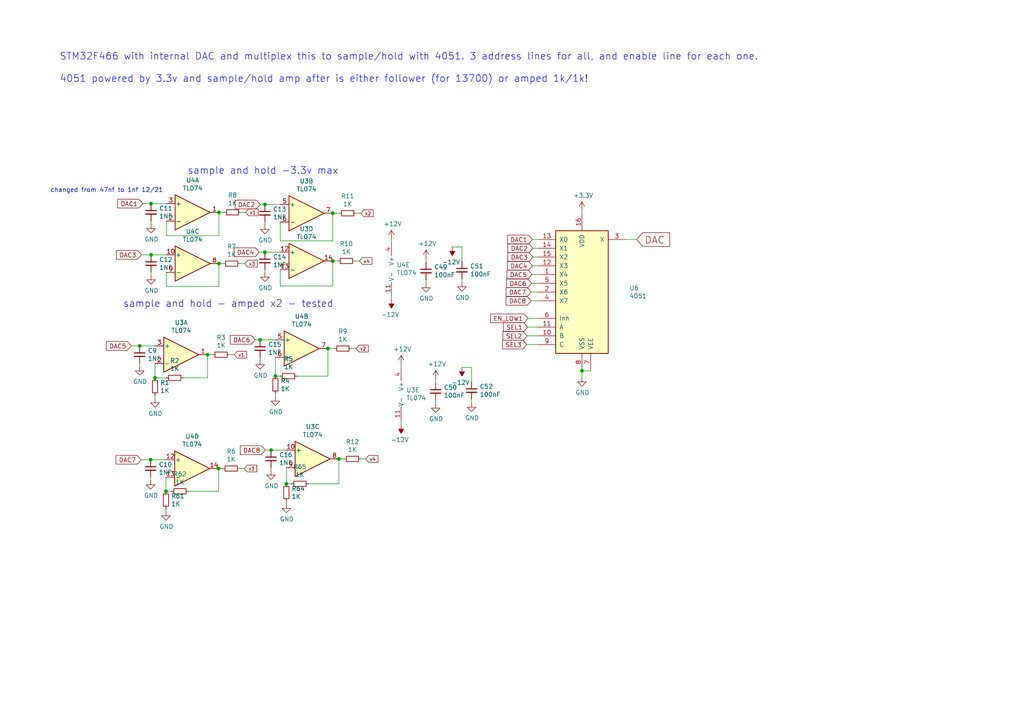
<source format=kicad_sch>
(kicad_sch (version 20211123) (generator eeschema)
  (paper "A4")
  (lib_symbols
    (symbol "4xxx:4051" (pin_names (offset 1.016))
      (property "Reference" "U" (at -7.62 19.05 0))
      (property "Value" "4051" (at -7.62 -19.05 0))
      (symbol "4051_1_0"
        (pin passive line (at -12.7 5.08 0) (length 5.08) (name "X4") (number "1"))
        (pin input line (at -12.7 -12.7 0) (length 5.08) (name "B") (number "10"))
        (pin input line (at -12.7 -10.16 0) (length 5.08) (name "A") (number "11"))
        (pin passive line (at -12.7 7.62 0) (length 5.08) (name "X3") (number "12"))
        (pin passive line (at -12.7 15.24 0) (length 5.08) (name "X0") (number "13"))
        (pin passive line (at -12.7 12.7 0) (length 5.08) (name "X1") (number "14"))
        (pin passive line (at -12.7 10.16 0) (length 5.08) (name "X2") (number "15"))
        (pin power_in line (at 0 22.86 270) (length 5.08) (name "VDD") (number "16"))
        (pin passive line (at -12.7 0 0) (length 5.08) (name "X6") (number "2"))
        (pin passive line (at 12.7 15.24 180) (length 5.08) (name "X") (number "3"))
        (pin passive line (at -12.7 -2.54 0) (length 5.08) (name "X7") (number "4"))
        (pin passive line (at -12.7 2.54 0) (length 5.08) (name "X5") (number "5"))
        (pin input line (at -12.7 -7.62 0) (length 5.08) (name "Inh") (number "6"))
        (pin power_in line (at 2.54 -22.86 90) (length 5.08) (name "VEE") (number "7"))
        (pin power_in line (at 0 -22.86 90) (length 5.08) (name "VSS") (number "8"))
        (pin input line (at -12.7 -15.24 0) (length 5.08) (name "C") (number "9"))
      )
      (symbol "4051_1_1"
        (rectangle (start -7.62 17.78) (end 7.62 -17.78) (stroke (width 0.254)) (fill (type background)))
      )
    )
    (symbol "Amplifier_Operational:TL074" (pin_names (offset 0.127))
      (property "Reference" "U" (at 0 5.08 0))
      (property "Value" "TL074" (at 0 -5.08 0))
      (symbol "TL074_1_1"
        (polyline (pts (xy -5.08 5.08) (xy 5.08 0) (xy -5.08 -5.08) (xy -5.08 5.08)) (stroke (width 0.254)) (fill (type background)))
        (pin output line (at 7.62 0 180) (length 2.54) (name "~") (number "1"))
        (pin input line (at -7.62 -2.54 0) (length 2.54) (name "-") (number "2"))
        (pin input line (at -7.62 2.54 0) (length 2.54) (name "+") (number "3"))
      )
      (symbol "TL074_2_1"
        (polyline (pts (xy -5.08 5.08) (xy 5.08 0) (xy -5.08 -5.08) (xy -5.08 5.08)) (stroke (width 0.254)) (fill (type background)))
        (pin input line (at -7.62 2.54 0) (length 2.54) (name "+") (number "5"))
        (pin input line (at -7.62 -2.54 0) (length 2.54) (name "-") (number "6"))
        (pin output line (at 7.62 0 180) (length 2.54) (name "~") (number "7"))
      )
      (symbol "TL074_3_1"
        (polyline (pts (xy -5.08 5.08) (xy 5.08 0) (xy -5.08 -5.08) (xy -5.08 5.08)) (stroke (width 0.254)) (fill (type background)))
        (pin input line (at -7.62 2.54 0) (length 2.54) (name "+") (number "10"))
        (pin output line (at 7.62 0 180) (length 2.54) (name "~") (number "8"))
        (pin input line (at -7.62 -2.54 0) (length 2.54) (name "-") (number "9"))
      )
      (symbol "TL074_4_1"
        (polyline (pts (xy -5.08 5.08) (xy 5.08 0) (xy -5.08 -5.08) (xy -5.08 5.08)) (stroke (width 0.254)) (fill (type background)))
        (pin input line (at -7.62 2.54 0) (length 2.54) (name "+") (number "12"))
        (pin input line (at -7.62 -2.54 0) (length 2.54) (name "-") (number "13"))
        (pin output line (at 7.62 0 180) (length 2.54) (name "~") (number "14"))
      )
      (symbol "TL074_5_1"
        (pin power_in line (at -2.54 -7.62 90) (length 3.81) (name "V-") (number "11"))
        (pin power_in line (at -2.54 7.62 270) (length 3.81) (name "V+") (number "4"))
      )
    )
    (symbol "Device:C_Small" (pin_numbers hide) (pin_names (offset 0.254) hide)
      (property "Reference" "C" (at 0.254 1.778 0))
      (property "Value" "C_Small" (at 0.254 -2.032 0))
      (symbol "C_Small_0_1"
        (polyline (pts (xy -1.524 -0.508) (xy 1.524 -0.508)) (stroke (width 0.3302)))
        (polyline (pts (xy -1.524 0.508) (xy 1.524 0.508)) (stroke (width 0.3048)))
      )
      (symbol "C_Small_1_1"
        (pin passive line (at 0 2.54 270) (length 2.032) (name "~") (number "1"))
        (pin passive line (at 0 -2.54 90) (length 2.032) (name "~") (number "2"))
      )
    )
    (symbol "Device:R_Small" (pin_numbers hide) (pin_names (offset 0.254) hide)
      (property "Reference" "R" (at 0.762 0.508 0))
      (property "Value" "R_Small" (at 0.762 -1.016 0))
      (symbol "R_Small_0_1"
        (rectangle (start -0.762 1.778) (end 0.762 -1.778) (stroke (width 0.2032)))
      )
      (symbol "R_Small_1_1"
        (pin passive line (at 0 2.54 270) (length 0.762) (name "~") (number "1"))
        (pin passive line (at 0 -2.54 90) (length 0.762) (name "~") (number "2"))
      )
    )
    (symbol "power:+12V" (power) (pin_names (offset 0))
      (property "Value" "+12V" (at 0 3.556 0))
      (symbol "+12V_0_1"
        (polyline (pts (xy -0.762 1.27) (xy 0 2.54)))
        (polyline (pts (xy 0 0) (xy 0 2.54)))
        (polyline (pts (xy 0 2.54) (xy 0.762 1.27)))
      )
      (symbol "+12V_1_1"
        (pin power_in line (at 0 0 90) (length 0) hide (name "+12V") (number "1"))
      )
    )
    (symbol "power:+3.3V" (power) (pin_names (offset 0))
      (property "Value" "+3.3V" (at 0 3.556 0))
      (symbol "+3.3V_0_1"
        (polyline (pts (xy -0.762 1.27) (xy 0 2.54)))
        (polyline (pts (xy 0 0) (xy 0 2.54)))
        (polyline (pts (xy 0 2.54) (xy 0.762 1.27)))
      )
      (symbol "+3.3V_1_1"
        (pin power_in line (at 0 0 90) (length 0) hide (name "+3.3V") (number "1"))
      )
    )
    (symbol "power:-12V" (power) (pin_names (offset 0))
      (property "Value" "-12V" (at 0 3.81 0))
      (symbol "-12V_0_0"
        (pin power_in line (at 0 0 90) (length 0) hide (name "-12V") (number "1"))
      )
      (symbol "-12V_0_1"
        (polyline (pts (xy 0 0) (xy 0 1.27) (xy 0.762 1.27) (xy 0 2.54) (xy -0.762 1.27) (xy 0 1.27)) (fill (type outline)))
      )
    )
    (symbol "power:GND" (power) (pin_names (offset 0))
      (property "Value" "GND" (at 0 -3.81 0))
      (symbol "GND_0_1"
        (polyline (pts (xy 0 0) (xy 0 -1.27) (xy 1.27 -1.27) (xy 0 -2.54) (xy -1.27 -1.27) (xy 0 -1.27)))
      )
      (symbol "GND_1_1"
        (pin power_in line (at 0 0 270) (length 0) hide (name "GND") (number "1"))
      )
    )
  )
  (junction (at 60.198 102.87))
  (junction (at 63.5 61.595))
  (junction (at 79.883 109.093))
  (junction (at 96.52 61.849))
  (junction (at 76.835 59.309))
  (junction (at 40.513 100.33))
  (junction (at 78.613 130.556))
  (junction (at 96.52 75.692))
  (junction (at 76.835 73.152))
  (junction (at 63.373 135.89))
  (junction (at 43.688 133.35))
  (junction (at 168.783 107.569))
  (junction (at 75.438 98.552))
  (junction (at 43.815 73.914))
  (junction (at 44.958 109.601))
  (junction (at 43.815 59.055))
  (junction (at 48.133 142.494))
  (junction (at 83.058 140.335))
  (junction (at 63.5 76.454))
  (junction (at 95.123 101.092))
  (junction (at 98.298 133.096))
  (wire (pts (xy 44.958 109.601) (xy 48.133 109.601)))
  (wire (pts (xy 63.5 68.326) (xy 63.5 61.595)))
  (wire (pts (xy 69.977 61.595) (xy 71.247 61.595)))
  (wire (pts (xy 133.985 80.899) (xy 133.985 81.915)))
  (wire (pts (xy 156.083 77.089) (xy 154.432 77.089)))
  (wire (pts (xy 43.815 59.055) (xy 41.402 59.055)))
  (wire (pts (xy 76.835 59.309) (xy 75.438 59.309)))
  (wire (pts (xy 156.083 69.469) (xy 154.432 69.469)))
  (wire (pts (xy 40.513 100.33) (xy 38.1 100.33)))
  (wire (pts (xy 54.737 142.494) (xy 63.373 142.494)))
  (wire (pts (xy 98.298 133.096) (xy 99.695 133.096)))
  (wire (pts (xy 81.28 78.232) (xy 81.28 82.931)))
  (wire (pts (xy 95.123 109.093) (xy 95.123 101.092)))
  (wire (pts (xy 79.883 103.632) (xy 79.883 109.093)))
  (wire (pts (xy 156.083 87.249) (xy 154.051 87.249)))
  (wire (pts (xy 123.571 75.057) (xy 123.571 76.073)))
  (wire (pts (xy 133.985 71.628) (xy 133.985 75.819)))
  (wire (pts (xy 83.058 145.415) (xy 83.058 146.177)))
  (wire (pts (xy 48.133 147.574) (xy 48.133 148.336)))
  (wire (pts (xy 63.373 135.89) (xy 63.373 142.494)))
  (wire (pts (xy 86.233 109.093) (xy 95.123 109.093)))
  (wire (pts (xy 168.783 107.569) (xy 168.783 109.474)))
  (wire (pts (xy 63.5 61.595) (xy 64.897 61.595)))
  (wire (pts (xy 133.985 106.553) (xy 136.779 106.553)))
  (wire (pts (xy 76.835 59.309) (xy 81.28 59.309)))
  (wire (pts (xy 43.815 64.135) (xy 43.815 65.024)))
  (wire (pts (xy 43.815 59.055) (xy 48.26 59.055)))
  (wire (pts (xy 63.373 135.89) (xy 64.516 135.89)))
  (wire (pts (xy 96.52 69.85) (xy 96.52 61.849)))
  (wire (pts (xy 156.083 72.009) (xy 154.559 72.009)))
  (wire (pts (xy 43.815 73.914) (xy 48.26 73.914)))
  (wire (pts (xy 156.083 84.709) (xy 154.051 84.709)))
  (wire (pts (xy 156.083 79.629) (xy 154.305 79.629)))
  (wire (pts (xy 48.133 138.43) (xy 48.133 142.494)))
  (wire (pts (xy 83.058 140.335) (xy 84.455 140.335)))
  (wire (pts (xy 81.153 109.093) (xy 79.883 109.093)))
  (wire (pts (xy 81.28 69.85) (xy 96.52 69.85)))
  (wire (pts (xy 101.981 101.092) (xy 103.251 101.092)))
  (wire (pts (xy 76.835 73.152) (xy 75.184 73.152)))
  (wire (pts (xy 89.535 140.335) (xy 98.298 140.335)))
  (wire (pts (xy 44.958 114.681) (xy 44.958 115.57)))
  (wire (pts (xy 102.997 75.692) (xy 104.267 75.692)))
  (wire (pts (xy 116.332 105.664) (xy 116.332 106.68)))
  (wire (pts (xy 126.365 109.982) (xy 126.365 110.998)))
  (wire (pts (xy 96.52 75.692) (xy 97.917 75.692)))
  (wire (pts (xy 168.783 107.569) (xy 171.323 107.569)))
  (wire (pts (xy 40.513 100.33) (xy 44.958 100.33)))
  (wire (pts (xy 103.378 61.849) (xy 104.648 61.849)))
  (wire (pts (xy 156.083 97.409) (xy 152.908 97.409)))
  (wire (pts (xy 63.5 83.058) (xy 63.5 76.454)))
  (wire (pts (xy 156.083 82.169) (xy 154.178 82.169)))
  (wire (pts (xy 76.835 73.152) (xy 81.28 73.152)))
  (wire (pts (xy 126.365 116.078) (xy 126.365 117.094)))
  (wire (pts (xy 75.438 103.632) (xy 75.438 104.521)))
  (wire (pts (xy 79.883 114.173) (xy 79.883 115.062)))
  (wire (pts (xy 98.298 140.335) (xy 98.298 133.096)))
  (wire (pts (xy 96.52 61.849) (xy 98.298 61.849)))
  (wire (pts (xy 156.083 99.949) (xy 152.781 99.949)))
  (wire (pts (xy 113.538 69.342) (xy 113.538 70.358)))
  (wire (pts (xy 66.675 102.87) (xy 67.945 102.87)))
  (wire (pts (xy 48.133 142.494) (xy 49.657 142.494)))
  (wire (pts (xy 40.513 105.41) (xy 40.513 106.299)))
  (wire (pts (xy 63.5 76.454) (xy 64.643 76.454)))
  (wire (pts (xy 43.688 133.35) (xy 48.133 133.35)))
  (wire (pts (xy 43.815 73.914) (xy 41.021 73.914)))
  (wire (pts (xy 76.835 78.232) (xy 76.835 79.121)))
  (wire (pts (xy 156.083 92.329) (xy 153.162 92.329)))
  (wire (pts (xy 156.083 74.549) (xy 154.559 74.549)))
  (wire (pts (xy 78.613 135.636) (xy 78.613 136.525)))
  (wire (pts (xy 104.775 133.096) (xy 106.045 133.096)))
  (wire (pts (xy 116.332 121.92) (xy 116.332 123.19)))
  (wire (pts (xy 60.198 109.601) (xy 60.198 102.87)))
  (wire (pts (xy 113.538 85.598) (xy 113.538 86.868)))
  (wire (pts (xy 53.213 109.601) (xy 60.198 109.601)))
  (wire (pts (xy 44.958 105.41) (xy 44.958 109.601)))
  (wire (pts (xy 48.26 64.135) (xy 48.26 68.326)))
  (wire (pts (xy 43.688 138.43) (xy 43.688 139.319)))
  (wire (pts (xy 81.28 82.931) (xy 96.52 82.931)))
  (wire (pts (xy 48.26 68.326) (xy 63.5 68.326)))
  (wire (pts (xy 83.058 135.636) (xy 83.058 140.335)))
  (wire (pts (xy 81.28 64.389) (xy 81.28 69.85)))
  (wire (pts (xy 60.198 102.87) (xy 61.595 102.87)))
  (wire (pts (xy 48.26 78.994) (xy 48.26 83.058)))
  (wire (pts (xy 75.438 98.552) (xy 74.041 98.552)))
  (wire (pts (xy 168.783 61.087) (xy 168.783 61.849)))
  (wire (pts (xy 78.613 130.556) (xy 83.058 130.556)))
  (wire (pts (xy 131.191 71.628) (xy 133.985 71.628)))
  (wire (pts (xy 76.835 64.389) (xy 76.835 65.278)))
  (wire (pts (xy 43.688 133.35) (xy 40.894 133.35)))
  (wire (pts (xy 123.571 81.153) (xy 123.571 82.169)))
  (wire (pts (xy 136.779 106.553) (xy 136.779 110.744)))
  (wire (pts (xy 136.779 115.824) (xy 136.779 116.84)))
  (wire (pts (xy 95.123 101.092) (xy 96.901 101.092)))
  (wire (pts (xy 96.52 82.931) (xy 96.52 75.692)))
  (wire (pts (xy 181.483 69.469) (xy 184.658 69.469)))
  (wire (pts (xy 75.438 98.552) (xy 79.883 98.552)))
  (wire (pts (xy 48.26 83.058) (xy 63.5 83.058)))
  (wire (pts (xy 69.723 76.454) (xy 70.993 76.454)))
  (wire (pts (xy 43.815 78.994) (xy 43.815 79.883)))
  (wire (pts (xy 156.083 94.869) (xy 153.035 94.869)))
  (wire (pts (xy 78.613 130.556) (xy 76.962 130.556)))
  (wire (pts (xy 69.596 135.89) (xy 70.866 135.89)))
  (text "sample and hold - amped x2 - tested" (at 35.687 89.408 0) (effects (font (size 2.0066 2.0066)) (justify left bottom)))
  (text "STM32F466 with internal DAC and multiplex this to sample/hold with 4051. 3 address lines for all, and enable line for each one.\n\n4051 powered by 3.3v and sample/hold amp after is either follower (for 13700) or amped 1k/1k!" (at 17.272 24.13 0) (effects (font (size 2.0066 2.0066)) (justify left bottom)))
  (text "sample and hold -3.3v max" (at 54.356 50.8 0) (effects (font (size 2.0066 2.0066)) (justify left bottom)))
  (text "changed from 47nf to 1nf 12/21" (at 14.605 56.007 0) (effects (font (size 1.27 1.27)) (justify left bottom)))
  (global_label "DAC7" (shape input) (at 154.051 84.709 180) (property "Intersheet References" "${INTERSHEET_REFS}" (effects hide)))
  (global_label "DAC8" (shape input) (at 76.962 130.556 180) (property "Intersheet References" "${INTERSHEET_REFS}" (effects hide)))
  (global_label "DAC8" (shape input) (at 154.051 87.249 180) (property "Intersheet References" "${INTERSHEET_REFS}" (effects hide)))
  (global_label "v2" (shape input) (at 103.251 101.092 0) (effects (font (size 0.9906 0.9906))) (property "Intersheet References" "${INTERSHEET_REFS}" (effects hide)))
  (global_label "x3" (shape input) (at 70.993 76.454 0) (effects (font (size 0.9906 0.9906))) (property "Intersheet References" "${INTERSHEET_REFS}" (effects hide)))
  (global_label "x4" (shape input) (at 104.267 75.692 0) (effects (font (size 0.9906 0.9906))) (property "Intersheet References" "${INTERSHEET_REFS}" (effects hide)))
  (global_label "DAC1" (shape input) (at 41.402 59.055 180) (property "Intersheet References" "${INTERSHEET_REFS}" (effects hide)))
  (global_label "SEL3" (shape input) (at 152.781 99.949 180) (property "Intersheet References" "${INTERSHEET_REFS}" (effects hide)))
  (global_label "DAC5" (shape input) (at 38.1 100.33 180) (property "Intersheet References" "${INTERSHEET_REFS}" (effects hide)))
  (global_label "DAC6" (shape input) (at 74.041 98.552 180) (property "Intersheet References" "${INTERSHEET_REFS}" (effects hide)))
  (global_label "DAC3" (shape input) (at 41.021 73.914 180) (property "Intersheet References" "${INTERSHEET_REFS}" (effects hide)))
  (global_label "x2" (shape input) (at 104.648 61.849 0) (effects (font (size 0.9906 0.9906))) (property "Intersheet References" "${INTERSHEET_REFS}" (effects hide)))
  (global_label "DAC4" (shape input) (at 75.184 73.152 180) (property "Intersheet References" "${INTERSHEET_REFS}" (effects hide)))
  (global_label "DAC2" (shape input) (at 154.559 72.009 180) (property "Intersheet References" "${INTERSHEET_REFS}" (effects hide)))
  (global_label "v4" (shape input) (at 106.045 133.096 0) (effects (font (size 0.9906 0.9906))) (property "Intersheet References" "${INTERSHEET_REFS}" (effects hide)))
  (global_label "DAC5" (shape input) (at 154.305 79.629 180) (property "Intersheet References" "${INTERSHEET_REFS}" (effects hide)))
  (global_label "DAC3" (shape input) (at 154.559 74.549 180) (property "Intersheet References" "${INTERSHEET_REFS}" (effects hide)))
  (global_label "SEL2" (shape input) (at 152.908 97.409 180) (property "Intersheet References" "${INTERSHEET_REFS}" (effects hide)))
  (global_label "DAC7" (shape input) (at 40.894 133.35 180) (property "Intersheet References" "${INTERSHEET_REFS}" (effects hide)))
  (global_label "v3" (shape input) (at 70.866 135.89 0) (effects (font (size 0.9906 0.9906))) (property "Intersheet References" "${INTERSHEET_REFS}" (effects hide)))
  (global_label "EN_LOW1" (shape input) (at 153.162 92.329 180) (property "Intersheet References" "${INTERSHEET_REFS}" (effects hide)))
  (global_label "DAC2" (shape input) (at 75.438 59.309 180) (property "Intersheet References" "${INTERSHEET_REFS}" (effects hide)))
  (global_label "v1" (shape input) (at 67.945 102.87 0) (effects (font (size 0.9906 0.9906))) (property "Intersheet References" "${INTERSHEET_REFS}" (effects hide)))
  (global_label "DAC1" (shape input) (at 154.432 69.469 180) (property "Intersheet References" "${INTERSHEET_REFS}" (effects hide)))
  (global_label "DAC" (shape input) (at 184.658 69.469 0) (effects (font (size 2.0066 2.0066))) (property "Intersheet References" "${INTERSHEET_REFS}" (effects hide)))
  (global_label "x1" (shape input) (at 71.247 61.595 0) (effects (font (size 0.9906 0.9906))) (property "Intersheet References" "${INTERSHEET_REFS}" (effects hide)))
  (global_label "DAC4" (shape input) (at 154.432 77.089 180) (property "Intersheet References" "${INTERSHEET_REFS}" (effects hide)))
  (global_label "DAC6" (shape input) (at 154.178 82.169 180) (property "Intersheet References" "${INTERSHEET_REFS}" (effects hide)))
  (global_label "SEL1" (shape input) (at 153.035 94.869 180) (property "Intersheet References" "${INTERSHEET_REFS}" (effects hide)))
  (symbol (lib_id "power:+3.3V") (at 168.783 61.087 0) (unit 1)
    (property "Reference" "#PWR024" (effects hide))
    (property "Value" "+3.3V" (at 169.164 56.6928 0))
  )
  (symbol (lib_id "Amplifier_Operational:TL074") (at 55.88 61.595 0) (unit 1)
    (property "Reference" "U4" (at 55.88 52.2732 0))
    (property "Value" "TL074" (at 55.88 54.5846 0))
    (property "Footprint" "Housings_SOIC:SOIC-14_3.9x8.7mm_Pitch1.27mm" (effects hide))
    (property "Datasheet" "http://www.ti.com/lit/ds/symlink/tl071.pdf" (effects hide))
  )
  (symbol (lib_id "Amplifier_Operational:TL074") (at 88.9 61.849 0) (unit 2)
    (property "Reference" "U3" (at 88.9 52.5272 0))
    (property "Value" "TL074" (at 88.9 54.8386 0))
    (property "Footprint" "Housings_SOIC:SOIC-14_3.9x8.7mm_Pitch1.27mm" (effects hide))
    (property "Datasheet" "http://www.ti.com/lit/ds/symlink/tl071.pdf" (effects hide))
  )
  (symbol (lib_id "Amplifier_Operational:TL074") (at 55.88 76.454 0) (unit 3)
    (property "Reference" "U4" (at 55.88 67.1322 0))
    (property "Value" "TL074" (at 55.88 69.4436 0))
    (property "Footprint" "Housings_SOIC:SOIC-14_3.9x8.7mm_Pitch1.27mm" (effects hide))
    (property "Datasheet" "http://www.ti.com/lit/ds/symlink/tl071.pdf" (effects hide))
  )
  (symbol (lib_id "Amplifier_Operational:TL074") (at 88.9 75.692 0) (unit 4)
    (property "Reference" "U3" (at 88.9 66.3702 0))
    (property "Value" "TL074" (at 88.9 68.6816 0))
    (property "Footprint" "Housings_SOIC:SOIC-14_3.9x8.7mm_Pitch1.27mm" (effects hide))
    (property "Datasheet" "http://www.ti.com/lit/ds/symlink/tl071.pdf" (effects hide))
  )
  (symbol (lib_id "Amplifier_Operational:TL074") (at 116.078 77.978 0) (unit 5)
    (property "Reference" "U4" (at 115.0112 76.8096 0) (effects (justify left)))
    (property "Value" "TL074" (at 115.0112 79.121 0) (effects (justify left)))
    (property "Footprint" "Housings_SOIC:SOIC-14_3.9x8.7mm_Pitch1.27mm" (effects hide))
    (property "Datasheet" "http://www.ti.com/lit/ds/symlink/tl071.pdf" (effects hide))
  )
  (symbol (lib_id "Device:C_Small") (at 43.815 61.595 0) (unit 1)
    (property "Reference" "C11" (at 46.1518 60.4266 0) (effects (justify left)))
    (property "Value" "1NF" (at 46.1518 62.738 0) (effects (justify left)))
    (property "Footprint" "Capacitor_SMD:C_0805_2012Metric" (effects hide))
  )
  (symbol (lib_id "power:GND") (at 43.815 65.024 0) (unit 1)
    (property "Reference" "#PWR021" (effects hide))
    (property "Value" "GND" (at 43.942 69.4182 0))
  )
  (symbol (lib_id "power:GND") (at 76.835 65.278 0) (unit 1)
    (property "Reference" "#PWR026" (effects hide))
    (property "Value" "GND" (at 76.962 69.6722 0))
  )
  (symbol (lib_id "Device:C_Small") (at 76.835 75.692 0) (unit 1)
    (property "Reference" "C14" (at 79.1718 74.5236 0) (effects (justify left)))
    (property "Value" "1NF" (at 79.1718 76.835 0) (effects (justify left)))
    (property "Footprint" "Capacitor_SMD:C_0805_2012Metric" (effects hide))
  )
  (symbol (lib_id "Amplifier_Operational:TL074") (at 118.872 114.3 0) (unit 5)
    (property "Reference" "U3" (at 117.8052 113.1316 0) (effects (justify left)))
    (property "Value" "TL074" (at 117.8052 115.443 0) (effects (justify left)))
    (property "Footprint" "Housings_SOIC:SOIC-14_3.9x8.7mm_Pitch1.27mm" (effects hide))
    (property "Datasheet" "http://www.ti.com/lit/ds/symlink/tl071.pdf" (effects hide))
  )
  (symbol (lib_id "4xxx:4051") (at 168.783 84.709 0) (unit 1)
    (property "Reference" "U6" (at 182.5244 83.5406 0) (effects (justify left)))
    (property "Value" "4051" (at 182.5244 85.852 0) (effects (justify left)))
    (property "Footprint" "Housings_SOIC:SOIC-16_3.9x9.9mm_Pitch1.27mm" (effects hide))
    (property "Datasheet" "http://www.intersil.com/content/dam/Intersil/documents/cd40/cd4051bms-52bms-53bms.pdf" (effects hide))
  )
  (symbol (lib_id "power:GND") (at 168.783 109.474 0) (unit 1)
    (property "Reference" "#PWR025" (effects hide))
    (property "Value" "GND" (at 168.91 113.8682 0))
  )
  (symbol (lib_id "Device:C_Small") (at 43.815 76.454 0) (unit 1)
    (property "Reference" "C12" (at 46.1518 75.2856 0) (effects (justify left)))
    (property "Value" "1NF" (at 46.1518 77.597 0) (effects (justify left)))
    (property "Footprint" "Capacitor_SMD:C_0805_2012Metric" (effects hide))
  )
  (symbol (lib_id "power:GND") (at 43.815 79.883 0) (unit 1)
    (property "Reference" "#PWR022" (effects hide))
    (property "Value" "GND" (at 43.942 84.2772 0))
  )
  (symbol (lib_id "Device:C_Small") (at 76.835 61.849 0) (unit 1)
    (property "Reference" "C13" (at 79.1718 60.6806 0) (effects (justify left)))
    (property "Value" "1NF" (at 79.1718 62.992 0) (effects (justify left)))
    (property "Footprint" "Capacitor_SMD:C_0805_2012Metric" (effects hide))
  )
  (symbol (lib_id "power:GND") (at 76.835 79.121 0) (unit 1)
    (property "Reference" "#PWR027" (effects hide))
    (property "Value" "GND" (at 76.962 83.5152 0))
  )
  (symbol (lib_id "power:+12V") (at 113.538 69.342 0) (unit 1)
    (property "Reference" "#PWR015" (effects hide))
    (property "Value" "+12V" (at 113.919 64.9478 0))
  )
  (symbol (lib_id "power:-12V") (at 113.538 86.868 180) (unit 1)
    (property "Reference" "#PWR016" (effects hide))
    (property "Value" "-12V" (at 113.157 91.2622 0))
  )
  (symbol (lib_id "Amplifier_Operational:TL074") (at 52.578 102.87 0) (unit 1)
    (property "Reference" "U3" (at 52.578 93.5482 0))
    (property "Value" "TL074" (at 52.578 95.8596 0))
    (property "Footprint" "Housings_SOIC:SOIC-14_3.9x8.7mm_Pitch1.27mm" (effects hide))
    (property "Datasheet" "http://www.ti.com/lit/ds/symlink/tl071.pdf" (effects hide))
  )
  (symbol (lib_id "power:+12V") (at 116.332 105.664 0) (unit 1)
    (property "Reference" "#PWR013" (effects hide))
    (property "Value" "+12V" (at 116.713 101.2698 0))
  )
  (symbol (lib_id "power:-12V") (at 116.332 123.19 180) (unit 1)
    (property "Reference" "#PWR014" (effects hide))
    (property "Value" "-12V" (at 115.951 127.5842 0))
  )
  (symbol (lib_id "power:+12V") (at 123.571 75.057 0) (unit 1)
    (property "Reference" "#PWR0141" (effects hide))
    (property "Value" "+12V" (at 123.952 70.6628 0))
  )
  (symbol (lib_id "Device:C_Small") (at 123.571 78.613 0) (unit 1)
    (property "Reference" "C49" (at 125.9078 77.4446 0) (effects (justify left)))
    (property "Value" "100nF" (at 125.9078 79.756 0) (effects (justify left)))
    (property "Footprint" "Capacitor_SMD:C_0805_2012Metric" (effects hide))
  )
  (symbol (lib_id "power:GND") (at 123.571 82.169 0) (unit 1)
    (property "Reference" "#PWR0142" (effects hide))
    (property "Value" "GND" (at 123.698 86.5632 0))
  )
  (symbol (lib_id "Device:C_Small") (at 133.985 78.359 0) (unit 1)
    (property "Reference" "C51" (at 136.3218 77.1906 0) (effects (justify left)))
    (property "Value" "100nF" (at 136.3218 79.502 0) (effects (justify left)))
    (property "Footprint" "Capacitor_SMD:C_0805_2012Metric" (effects hide))
  )
  (symbol (lib_id "power:GND") (at 133.985 81.915 0) (unit 1)
    (property "Reference" "#PWR0143" (effects hide))
    (property "Value" "GND" (at 134.112 86.3092 0))
  )
  (symbol (lib_id "power:-12V") (at 131.191 71.628 180) (unit 1)
    (property "Reference" "#PWR0144" (effects hide))
    (property "Value" "-12V" (at 130.81 76.0222 0))
  )
  (symbol (lib_id "power:+12V") (at 126.365 109.982 0) (unit 1)
    (property "Reference" "#PWR0145" (effects hide))
    (property "Value" "+12V" (at 126.746 105.5878 0))
  )
  (symbol (lib_id "Device:C_Small") (at 126.365 113.538 0) (unit 1)
    (property "Reference" "C50" (at 128.7018 112.3696 0) (effects (justify left)))
    (property "Value" "100nF" (at 128.7018 114.681 0) (effects (justify left)))
    (property "Footprint" "Capacitor_SMD:C_0805_2012Metric" (effects hide))
  )
  (symbol (lib_id "power:GND") (at 126.365 117.094 0) (unit 1)
    (property "Reference" "#PWR0146" (effects hide))
    (property "Value" "GND" (at 126.492 121.4882 0))
  )
  (symbol (lib_id "Device:C_Small") (at 136.779 113.284 0) (unit 1)
    (property "Reference" "C52" (at 139.1158 112.1156 0) (effects (justify left)))
    (property "Value" "100nF" (at 139.1158 114.427 0) (effects (justify left)))
    (property "Footprint" "Capacitor_SMD:C_0805_2012Metric" (effects hide))
  )
  (symbol (lib_id "power:GND") (at 136.779 116.84 0) (unit 1)
    (property "Reference" "#PWR0147" (effects hide))
    (property "Value" "GND" (at 136.906 121.2342 0))
  )
  (symbol (lib_id "power:-12V") (at 133.985 106.553 180) (unit 1)
    (property "Reference" "#PWR0148" (effects hide))
    (property "Value" "-12V" (at 133.604 110.9472 0))
  )
  (symbol (lib_id "Device:C_Small") (at 43.688 135.89 0) (unit 1)
    (property "Reference" "C10" (at 46.0248 134.7216 0) (effects (justify left)))
    (property "Value" "1NF" (at 46.0248 137.033 0) (effects (justify left)))
    (property "Footprint" "Capacitor_SMD:C_0805_2012Metric" (effects hide))
  )
  (symbol (lib_id "power:GND") (at 43.688 139.319 0) (unit 1)
    (property "Reference" "#PWR020" (effects hide))
    (property "Value" "GND" (at 43.815 143.7132 0))
  )
  (symbol (lib_id "Device:C_Small") (at 78.613 133.096 0) (unit 1)
    (property "Reference" "C16" (at 80.9498 131.9276 0) (effects (justify left)))
    (property "Value" "1NF" (at 80.9498 134.239 0) (effects (justify left)))
    (property "Footprint" "Capacitor_SMD:C_0805_2012Metric" (effects hide))
  )
  (symbol (lib_id "power:GND") (at 78.613 136.525 0) (unit 1)
    (property "Reference" "#PWR093" (effects hide))
    (property "Value" "GND" (at 78.74 140.9192 0))
  )
  (symbol (lib_id "Device:R_Small") (at 52.197 142.494 270) (unit 1)
    (property "Reference" "R62" (at 52.197 137.5156 90))
    (property "Value" "1K" (at 52.197 139.827 90))
    (property "Footprint" "Resistor_SMD:R_0805_2012Metric" (effects hide))
  )
  (symbol (lib_id "Device:R_Small") (at 86.995 140.335 270) (unit 1)
    (property "Reference" "R65" (at 86.995 135.3566 90))
    (property "Value" "1K" (at 86.995 137.668 90))
    (property "Footprint" "Resistor_SMD:R_0805_2012Metric" (effects hide))
  )
  (symbol (lib_id "power:GND") (at 83.058 146.177 0) (unit 1)
    (property "Reference" "#PWR094" (effects hide))
    (property "Value" "GND" (at 83.185 150.5712 0))
  )
  (symbol (lib_id "Device:R_Small") (at 48.133 145.034 180) (unit 1)
    (property "Reference" "R61" (at 49.6316 143.8656 0) (effects (justify right)))
    (property "Value" "1K" (at 49.6316 146.177 0) (effects (justify right)))
    (property "Footprint" "Resistor_SMD:R_0805_2012Metric" (effects hide))
  )
  (symbol (lib_id "Device:R_Small") (at 83.058 142.875 180) (unit 1)
    (property "Reference" "R64" (at 84.5566 141.7066 0) (effects (justify right)))
    (property "Value" "1K" (at 84.5566 144.018 0) (effects (justify right)))
    (property "Footprint" "Resistor_SMD:R_0805_2012Metric" (effects hide))
  )
  (symbol (lib_id "power:GND") (at 48.133 148.336 0) (unit 1)
    (property "Reference" "#PWR029" (effects hide))
    (property "Value" "GND" (at 48.26 152.7302 0))
  )
  (symbol (lib_id "Amplifier_Operational:TL074") (at 55.753 135.89 0) (unit 4)
    (property "Reference" "U4" (at 55.753 126.5682 0))
    (property "Value" "TL074" (at 55.753 128.8796 0))
    (property "Footprint" "Housings_SOIC:SOIC-14_3.9x8.7mm_Pitch1.27mm" (effects hide))
    (property "Datasheet" "http://www.ti.com/lit/ds/symlink/tl071.pdf" (effects hide))
  )
  (symbol (lib_id "Amplifier_Operational:TL074") (at 90.678 133.096 0) (unit 3)
    (property "Reference" "U3" (at 90.678 123.7742 0))
    (property "Value" "TL074" (at 90.678 126.0856 0))
    (property "Footprint" "Housings_SOIC:SOIC-14_3.9x8.7mm_Pitch1.27mm" (effects hide))
    (property "Datasheet" "http://www.ti.com/lit/ds/symlink/tl071.pdf" (effects hide))
  )
  (symbol (lib_id "Amplifier_Operational:TL074") (at 87.503 101.092 0) (unit 2)
    (property "Reference" "U4" (at 87.503 91.7702 0))
    (property "Value" "TL074" (at 87.503 94.0816 0))
    (property "Footprint" "Housings_SOIC:SOIC-14_3.9x8.7mm_Pitch1.27mm" (effects hide))
    (property "Datasheet" "http://www.ti.com/lit/ds/symlink/tl071.pdf" (effects hide))
  )
  (symbol (lib_id "Device:C_Small") (at 40.513 102.87 0) (unit 1)
    (property "Reference" "C9" (at 42.8498 101.7016 0) (effects (justify left)))
    (property "Value" "1NF" (at 42.8498 104.013 0) (effects (justify left)))
    (property "Footprint" "Capacitor_SMD:C_0805_2012Metric" (effects hide))
  )
  (symbol (lib_id "power:GND") (at 40.513 106.299 0) (unit 1)
    (property "Reference" "#PWR019" (effects hide))
    (property "Value" "GND" (at 40.64 110.6932 0))
  )
  (symbol (lib_id "Device:C_Small") (at 75.438 101.092 0) (unit 1)
    (property "Reference" "C15" (at 77.7748 99.9236 0) (effects (justify left)))
    (property "Value" "1NF" (at 77.7748 102.235 0) (effects (justify left)))
    (property "Footprint" "Capacitor_SMD:C_0805_2012Metric" (effects hide))
  )
  (symbol (lib_id "power:GND") (at 75.438 104.521 0) (unit 1)
    (property "Reference" "#PWR028" (effects hide))
    (property "Value" "GND" (at 75.565 108.9152 0))
  )
  (symbol (lib_id "Device:R_Small") (at 50.673 109.601 270) (unit 1)
    (property "Reference" "R2" (at 50.673 104.6226 90))
    (property "Value" "1K" (at 50.673 106.934 90))
    (property "Footprint" "Resistor_SMD:R_0805_2012Metric" (effects hide))
  )
  (symbol (lib_id "Device:R_Small") (at 83.693 109.093 270) (unit 1)
    (property "Reference" "R5" (at 83.693 104.1146 90))
    (property "Value" "1K" (at 83.693 106.426 90))
    (property "Footprint" "Resistor_SMD:R_0805_2012Metric" (effects hide))
  )
  (symbol (lib_id "Device:R_Small") (at 44.958 112.141 180) (unit 1)
    (property "Reference" "R1" (at 46.4566 110.9726 0) (effects (justify right)))
    (property "Value" "1K" (at 46.4566 113.284 0) (effects (justify right)))
    (property "Footprint" "Resistor_SMD:R_0805_2012Metric" (effects hide))
  )
  (symbol (lib_id "Device:R_Small") (at 79.883 111.633 180) (unit 1)
    (property "Reference" "R4" (at 81.3816 110.4646 0) (effects (justify right)))
    (property "Value" "1K" (at 81.3816 112.776 0) (effects (justify right)))
    (property "Footprint" "Resistor_SMD:R_0805_2012Metric" (effects hide))
  )
  (symbol (lib_id "power:GND") (at 44.958 115.57 0) (unit 1)
    (property "Reference" "#PWR023" (effects hide))
    (property "Value" "GND" (at 45.085 119.9642 0))
  )
  (symbol (lib_id "power:GND") (at 79.883 115.062 0) (unit 1)
    (property "Reference" "#PWR030" (effects hide))
    (property "Value" "GND" (at 80.01 119.4562 0))
  )
  (symbol (lib_id "Device:R_Small") (at 102.235 133.096 270) (unit 1)
    (property "Reference" "R12" (at 102.235 128.1176 90))
    (property "Value" "1K" (at 102.235 130.429 90))
    (property "Footprint" "Resistor_SMD:R_0805_2012Metric" (effects hide))
  )
  (symbol (lib_id "Device:R_Small") (at 99.441 101.092 270) (unit 1)
    (property "Reference" "R9" (at 99.441 96.1136 90))
    (property "Value" "1K" (at 99.441 98.425 90))
    (property "Footprint" "Resistor_SMD:R_0805_2012Metric" (effects hide))
  )
  (symbol (lib_id "Device:R_Small") (at 100.838 61.849 270) (unit 1)
    (property "Reference" "R11" (at 100.838 56.8706 90))
    (property "Value" "1K" (at 100.838 59.182 90))
    (property "Footprint" "Resistor_SMD:R_0805_2012Metric" (effects hide))
  )
  (symbol (lib_id "Device:R_Small") (at 67.183 76.454 270) (unit 1)
    (property "Reference" "R7" (at 67.183 71.4756 90))
    (property "Value" "1K" (at 67.183 73.787 90))
    (property "Footprint" "Resistor_SMD:R_0805_2012Metric" (effects hide))
  )
  (symbol (lib_id "Device:R_Small") (at 64.135 102.87 270) (unit 1)
    (property "Reference" "R3" (at 64.135 97.8916 90))
    (property "Value" "1K" (at 64.135 100.203 90))
    (property "Footprint" "Resistor_SMD:R_0805_2012Metric" (effects hide))
  )
  (symbol (lib_id "Device:R_Small") (at 100.457 75.692 270) (unit 1)
    (property "Reference" "R10" (at 100.457 70.7136 90))
    (property "Value" "1K" (at 100.457 73.025 90))
    (property "Footprint" "Resistor_SMD:R_0805_2012Metric" (effects hide))
  )
  (symbol (lib_id "Device:R_Small") (at 67.056 135.89 270) (unit 1)
    (property "Reference" "R6" (at 67.056 130.9116 90))
    (property "Value" "1K" (at 67.056 133.223 90))
    (property "Footprint" "Resistor_SMD:R_0805_2012Metric" (effects hide))
  )
  (symbol (lib_id "Device:R_Small") (at 67.437 61.595 270) (unit 1)
    (property "Reference" "R8" (at 67.437 56.6166 90))
    (property "Value" "1K" (at 67.437 58.928 90))
    (property "Footprint" "Resistor_SMD:R_0805_2012Metric" (effects hide))
  )
)
</source>
